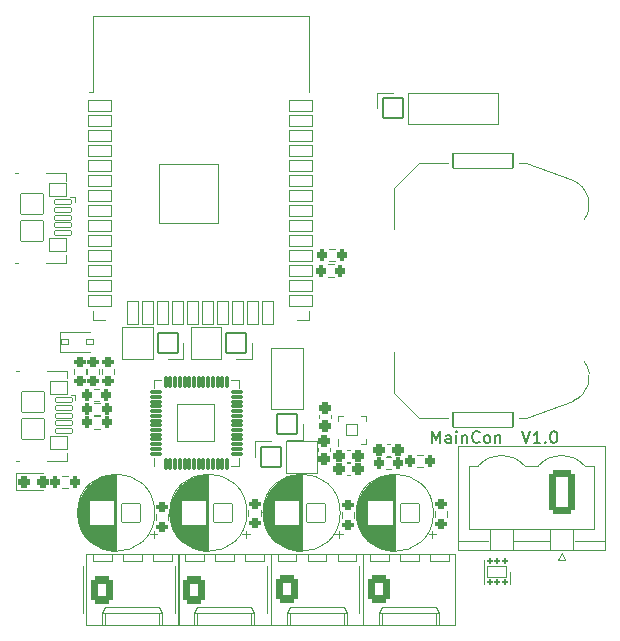
<source format=gto>
G04 #@! TF.GenerationSoftware,KiCad,Pcbnew,(6.0.7)*
G04 #@! TF.CreationDate,2022-10-27T11:48:24+02:00*
G04 #@! TF.ProjectId,mainControl,6d61696e-436f-46e7-9472-6f6c2e6b6963,rev?*
G04 #@! TF.SameCoordinates,Original*
G04 #@! TF.FileFunction,Legend,Top*
G04 #@! TF.FilePolarity,Positive*
%FSLAX46Y46*%
G04 Gerber Fmt 4.6, Leading zero omitted, Abs format (unit mm)*
G04 Created by KiCad (PCBNEW (6.0.7)) date 2022-10-27 11:48:24*
%MOMM*%
%LPD*%
G01*
G04 APERTURE LIST*
G04 Aperture macros list*
%AMRoundRect*
0 Rectangle with rounded corners*
0 $1 Rounding radius*
0 $2 $3 $4 $5 $6 $7 $8 $9 X,Y pos of 4 corners*
0 Add a 4 corners polygon primitive as box body*
4,1,4,$2,$3,$4,$5,$6,$7,$8,$9,$2,$3,0*
0 Add four circle primitives for the rounded corners*
1,1,$1+$1,$2,$3*
1,1,$1+$1,$4,$5*
1,1,$1+$1,$6,$7*
1,1,$1+$1,$8,$9*
0 Add four rect primitives between the rounded corners*
20,1,$1+$1,$2,$3,$4,$5,0*
20,1,$1+$1,$4,$5,$6,$7,0*
20,1,$1+$1,$6,$7,$8,$9,0*
20,1,$1+$1,$8,$9,$2,$3,0*%
G04 Aperture macros list end*
%ADD10C,0.150000*%
%ADD11C,0.120000*%
%ADD12RoundRect,0.250000X-0.275000X0.200000X-0.275000X-0.200000X0.275000X-0.200000X0.275000X0.200000X0*%
%ADD13RoundRect,0.250000X-0.200000X-0.275000X0.200000X-0.275000X0.200000X0.275000X-0.200000X0.275000X0*%
%ADD14RoundRect,0.050000X0.850000X-0.850000X0.850000X0.850000X-0.850000X0.850000X-0.850000X-0.850000X0*%
%ADD15O,1.800000X1.800000*%
%ADD16RoundRect,0.268750X-0.218750X-0.256250X0.218750X-0.256250X0.218750X0.256250X-0.218750X0.256250X0*%
%ADD17RoundRect,0.050000X-1.000000X-0.450000X1.000000X-0.450000X1.000000X0.450000X-1.000000X0.450000X0*%
%ADD18RoundRect,0.050000X0.450000X-1.000000X0.450000X1.000000X-0.450000X1.000000X-0.450000X-1.000000X0*%
%ADD19RoundRect,0.050000X-2.500000X-2.500000X2.500000X-2.500000X2.500000X2.500000X-2.500000X2.500000X0*%
%ADD20RoundRect,0.050000X2.540000X-0.635000X2.540000X0.635000X-2.540000X0.635000X-2.540000X-0.635000X0*%
%ADD21C,17.900000*%
%ADD22RoundRect,0.300000X-0.620000X-0.845000X0.620000X-0.845000X0.620000X0.845000X-0.620000X0.845000X0*%
%ADD23O,1.840000X2.290000*%
%ADD24RoundRect,0.250000X0.275000X-0.200000X0.275000X0.200000X-0.275000X0.200000X-0.275000X-0.200000X0*%
%ADD25RoundRect,0.250000X0.200000X0.275000X-0.200000X0.275000X-0.200000X-0.275000X0.200000X-0.275000X0*%
%ADD26RoundRect,0.275000X0.250000X-0.225000X0.250000X0.225000X-0.250000X0.225000X-0.250000X-0.225000X0*%
%ADD27RoundRect,0.050000X0.850000X0.850000X-0.850000X0.850000X-0.850000X-0.850000X0.850000X-0.850000X0*%
%ADD28O,0.300000X0.800000*%
%ADD29O,0.800000X0.300000*%
%ADD30RoundRect,0.050000X0.500000X-0.500000X0.500000X0.500000X-0.500000X0.500000X-0.500000X-0.500000X0*%
%ADD31C,3.300000*%
%ADD32RoundRect,0.050000X-0.850000X0.850000X-0.850000X-0.850000X0.850000X-0.850000X0.850000X0.850000X0*%
%ADD33RoundRect,0.143750X-0.106250X0.093750X-0.106250X-0.093750X0.106250X-0.093750X0.106250X0.093750X0*%
%ADD34RoundRect,0.050000X-0.800000X0.500000X-0.800000X-0.500000X0.800000X-0.500000X0.800000X0.500000X0*%
%ADD35RoundRect,0.050000X0.800000X0.800000X-0.800000X0.800000X-0.800000X-0.800000X0.800000X-0.800000X0*%
%ADD36C,1.700000*%
%ADD37RoundRect,0.050000X-0.300000X-0.225000X0.300000X-0.225000X0.300000X0.225000X-0.300000X0.225000X0*%
%ADD38RoundRect,0.299999X0.790001X1.550001X-0.790001X1.550001X-0.790001X-1.550001X0.790001X-1.550001X0*%
%ADD39O,2.180000X3.700000*%
%ADD40RoundRect,0.050000X-0.700000X0.200000X-0.700000X-0.200000X0.700000X-0.200000X0.700000X0.200000X0*%
%ADD41RoundRect,0.050000X-0.950000X0.875000X-0.950000X-0.875000X0.950000X-0.875000X0.950000X0.875000X0*%
%ADD42RoundRect,0.050000X-0.725000X0.575000X-0.725000X-0.575000X0.725000X-0.575000X0.725000X0.575000X0*%
%ADD43O,2.000000X1.150000*%
%ADD44RoundRect,0.275000X0.225000X0.250000X-0.225000X0.250000X-0.225000X-0.250000X0.225000X-0.250000X0*%
%ADD45RoundRect,0.275000X-0.250000X0.225000X-0.250000X-0.225000X0.250000X-0.225000X0.250000X0.225000X0*%
%ADD46RoundRect,0.100000X0.050000X-0.387500X0.050000X0.387500X-0.050000X0.387500X-0.050000X-0.387500X0*%
%ADD47RoundRect,0.100000X0.387500X-0.050000X0.387500X0.050000X-0.387500X0.050000X-0.387500X-0.050000X0*%
%ADD48RoundRect,0.050000X1.600000X-1.600000X1.600000X1.600000X-1.600000X1.600000X-1.600000X-1.600000X0*%
G04 APERTURE END LIST*
D10*
X105297619Y-161702380D02*
X105297619Y-160702380D01*
X105630952Y-161416666D01*
X105964285Y-160702380D01*
X105964285Y-161702380D01*
X106869047Y-161702380D02*
X106869047Y-161178571D01*
X106821428Y-161083333D01*
X106726190Y-161035714D01*
X106535714Y-161035714D01*
X106440476Y-161083333D01*
X106869047Y-161654761D02*
X106773809Y-161702380D01*
X106535714Y-161702380D01*
X106440476Y-161654761D01*
X106392857Y-161559523D01*
X106392857Y-161464285D01*
X106440476Y-161369047D01*
X106535714Y-161321428D01*
X106773809Y-161321428D01*
X106869047Y-161273809D01*
X107345238Y-161702380D02*
X107345238Y-161035714D01*
X107345238Y-160702380D02*
X107297619Y-160750000D01*
X107345238Y-160797619D01*
X107392857Y-160750000D01*
X107345238Y-160702380D01*
X107345238Y-160797619D01*
X107821428Y-161035714D02*
X107821428Y-161702380D01*
X107821428Y-161130952D02*
X107869047Y-161083333D01*
X107964285Y-161035714D01*
X108107142Y-161035714D01*
X108202380Y-161083333D01*
X108250000Y-161178571D01*
X108250000Y-161702380D01*
X109297619Y-161607142D02*
X109250000Y-161654761D01*
X109107142Y-161702380D01*
X109011904Y-161702380D01*
X108869047Y-161654761D01*
X108773809Y-161559523D01*
X108726190Y-161464285D01*
X108678571Y-161273809D01*
X108678571Y-161130952D01*
X108726190Y-160940476D01*
X108773809Y-160845238D01*
X108869047Y-160750000D01*
X109011904Y-160702380D01*
X109107142Y-160702380D01*
X109250000Y-160750000D01*
X109297619Y-160797619D01*
X109869047Y-161702380D02*
X109773809Y-161654761D01*
X109726190Y-161607142D01*
X109678571Y-161511904D01*
X109678571Y-161226190D01*
X109726190Y-161130952D01*
X109773809Y-161083333D01*
X109869047Y-161035714D01*
X110011904Y-161035714D01*
X110107142Y-161083333D01*
X110154761Y-161130952D01*
X110202380Y-161226190D01*
X110202380Y-161511904D01*
X110154761Y-161607142D01*
X110107142Y-161654761D01*
X110011904Y-161702380D01*
X109869047Y-161702380D01*
X110630952Y-161035714D02*
X110630952Y-161702380D01*
X110630952Y-161130952D02*
X110678571Y-161083333D01*
X110773809Y-161035714D01*
X110916666Y-161035714D01*
X111011904Y-161083333D01*
X111059523Y-161178571D01*
X111059523Y-161702380D01*
X112916666Y-160702380D02*
X113250000Y-161702380D01*
X113583333Y-160702380D01*
X114440476Y-161702380D02*
X113869047Y-161702380D01*
X114154761Y-161702380D02*
X114154761Y-160702380D01*
X114059523Y-160845238D01*
X113964285Y-160940476D01*
X113869047Y-160988095D01*
X114869047Y-161607142D02*
X114916666Y-161654761D01*
X114869047Y-161702380D01*
X114821428Y-161654761D01*
X114869047Y-161607142D01*
X114869047Y-161702380D01*
X115535714Y-160702380D02*
X115630952Y-160702380D01*
X115726190Y-160750000D01*
X115773809Y-160797619D01*
X115821428Y-160892857D01*
X115869047Y-161083333D01*
X115869047Y-161321428D01*
X115821428Y-161511904D01*
X115773809Y-161607142D01*
X115726190Y-161654761D01*
X115630952Y-161702380D01*
X115535714Y-161702380D01*
X115440476Y-161654761D01*
X115392857Y-161607142D01*
X115345238Y-161511904D01*
X115297619Y-161321428D01*
X115297619Y-161083333D01*
X115345238Y-160892857D01*
X115392857Y-160797619D01*
X115440476Y-160750000D01*
X115535714Y-160702380D01*
D11*
X74947500Y-155417742D02*
X74947500Y-155892258D01*
X75992500Y-155417742D02*
X75992500Y-155892258D01*
X76662742Y-159322500D02*
X77137258Y-159322500D01*
X76662742Y-158277500D02*
X77137258Y-158277500D01*
X92920000Y-164205000D02*
X95520000Y-164205000D01*
X90320000Y-162875000D02*
X90320000Y-161545000D01*
X90320000Y-161545000D02*
X91650000Y-161545000D01*
X92920000Y-164205000D02*
X92920000Y-161545000D01*
X92920000Y-161545000D02*
X95520000Y-161545000D01*
X95520000Y-164205000D02*
X95520000Y-161545000D01*
X70037500Y-164244533D02*
X70037500Y-165714533D01*
X70037500Y-165714533D02*
X72322500Y-165714533D01*
X72322500Y-164244533D02*
X70037500Y-164244533D01*
X76580000Y-150500000D02*
X76580000Y-151280000D01*
X76580000Y-151280000D02*
X77580000Y-151280000D01*
X76580000Y-125535000D02*
X94820000Y-125535000D01*
X94820000Y-151280000D02*
X93820000Y-151280000D01*
X76580000Y-125535000D02*
X76580000Y-131955000D01*
X76580000Y-131955000D02*
X76200000Y-131955000D01*
X94820000Y-125535000D02*
X94820000Y-131955000D01*
X94820000Y-150500000D02*
X94820000Y-151280000D01*
X113230000Y-159580000D02*
X117180000Y-158140000D01*
X102060000Y-154000000D02*
X102060000Y-157500000D01*
X102060000Y-140100000D02*
X104140000Y-138020000D01*
X113230000Y-138020000D02*
X117180000Y-139460000D01*
X112600000Y-159580000D02*
X113230000Y-159580000D01*
X102060000Y-140100000D02*
X102060000Y-143600000D01*
X104140000Y-138020000D02*
X106600000Y-138020000D01*
X112600000Y-138020000D02*
X113230000Y-138020000D01*
X104140000Y-159580000D02*
X106600000Y-159580000D01*
X102060000Y-157500000D02*
X104140000Y-159580000D01*
X117180000Y-158140000D02*
G75*
G03*
X118166530Y-154803354I-730001J2030000D01*
G01*
X118149999Y-142800000D02*
G75*
G03*
X117188169Y-139474757I-1699999J1310000D01*
G01*
X76632742Y-158177500D02*
X77107258Y-158177500D01*
X76632742Y-157132500D02*
X77107258Y-157132500D01*
X106680000Y-171670000D02*
X106680000Y-171070000D01*
X100800000Y-176090000D02*
X101050000Y-175560000D01*
X101050000Y-175560000D02*
X105630000Y-175560000D01*
X104140000Y-171670000D02*
X104140000Y-171070000D01*
X102540000Y-171670000D02*
X104140000Y-171670000D01*
X99420000Y-177090000D02*
X107260000Y-177090000D01*
X105630000Y-175560000D02*
X105880000Y-176090000D01*
X99130000Y-172100000D02*
X99130000Y-176100000D01*
X100800000Y-176090000D02*
X105880000Y-176090000D01*
X101050000Y-177090000D02*
X101050000Y-176090000D01*
X107260000Y-171070000D02*
X99420000Y-171070000D01*
X105080000Y-171070000D02*
X105080000Y-171670000D01*
X99420000Y-171070000D02*
X99420000Y-177090000D01*
X100800000Y-177090000D02*
X100800000Y-176090000D01*
X105080000Y-171670000D02*
X106680000Y-171670000D01*
X100000000Y-171670000D02*
X101600000Y-171670000D01*
X105880000Y-176090000D02*
X105880000Y-177090000D01*
X105630000Y-177090000D02*
X105630000Y-176090000D01*
X102540000Y-171070000D02*
X102540000Y-171670000D01*
X100000000Y-171070000D02*
X100000000Y-171670000D01*
X101600000Y-171670000D02*
X101600000Y-171070000D01*
X107260000Y-177090000D02*
X107260000Y-171070000D01*
X97627500Y-168037258D02*
X97627500Y-167562742D01*
X98672500Y-168037258D02*
X98672500Y-167562742D01*
X97037258Y-145277500D02*
X96562742Y-145277500D01*
X97037258Y-146322500D02*
X96562742Y-146322500D01*
X95690000Y-159615580D02*
X95690000Y-159334420D01*
X96710000Y-159615580D02*
X96710000Y-159334420D01*
X100620000Y-132045000D02*
X101950000Y-132045000D01*
X103220000Y-132045000D02*
X110900000Y-132045000D01*
X103220000Y-134705000D02*
X103220000Y-132045000D01*
X100620000Y-133375000D02*
X100620000Y-132045000D01*
X110900000Y-134705000D02*
X110900000Y-132045000D01*
X103220000Y-134705000D02*
X110900000Y-134705000D01*
X94330000Y-160075000D02*
X94330000Y-161405000D01*
X94330000Y-153665000D02*
X91670000Y-153665000D01*
X94330000Y-158805000D02*
X94330000Y-153665000D01*
X91670000Y-158805000D02*
X91670000Y-153665000D01*
X94330000Y-158805000D02*
X91670000Y-158805000D01*
X94330000Y-161405000D02*
X93000000Y-161405000D01*
X99650000Y-161750000D02*
X99300000Y-161750000D01*
X97350000Y-159450000D02*
X97700000Y-159450000D01*
X99650000Y-161400000D02*
X99650000Y-161750000D01*
X99650000Y-159450000D02*
X99300000Y-159450000D01*
X97350000Y-161400000D02*
X97350000Y-161950000D01*
X99650000Y-159800000D02*
X99650000Y-159450000D01*
X97350000Y-159800000D02*
X97350000Y-159450000D01*
X98037221Y-163390000D02*
X98362779Y-163390000D01*
X98037221Y-164410000D02*
X98362779Y-164410000D01*
X96937258Y-146577500D02*
X96462742Y-146577500D01*
X96937258Y-147622500D02*
X96462742Y-147622500D01*
X81630000Y-151895000D02*
X79030000Y-151895000D01*
X81630000Y-151895000D02*
X81630000Y-154555000D01*
X84230000Y-154555000D02*
X82900000Y-154555000D01*
X84230000Y-153225000D02*
X84230000Y-154555000D01*
X81630000Y-154555000D02*
X79030000Y-154555000D01*
X79030000Y-151895000D02*
X79030000Y-154555000D01*
X111910000Y-172600000D02*
X111910000Y-173600000D01*
X109690000Y-171600000D02*
X109690000Y-173600000D01*
X74437258Y-165522500D02*
X73962742Y-165522500D01*
X74437258Y-164477500D02*
X73962742Y-164477500D01*
X85211380Y-170633000D02*
X85211380Y-168640000D01*
X84851380Y-170476000D02*
X84851380Y-168640000D01*
X86012380Y-166560000D02*
X86012380Y-164385000D01*
X85611380Y-166560000D02*
X85611380Y-164450000D01*
X83691380Y-169490000D02*
X83691380Y-165710000D01*
X86332380Y-170830000D02*
X86332380Y-164370000D01*
X84291380Y-166560000D02*
X84291380Y-165084000D01*
X84331380Y-166560000D02*
X84331380Y-165052000D01*
X85531380Y-170731000D02*
X85531380Y-168640000D01*
X85291380Y-170661000D02*
X85291380Y-168640000D01*
X84731380Y-166560000D02*
X84731380Y-164788000D01*
X83931380Y-169782000D02*
X83931380Y-165418000D01*
X83091380Y-168002000D02*
X83091380Y-167198000D01*
X85411380Y-170698000D02*
X85411380Y-168640000D01*
X89517621Y-169754000D02*
X89517621Y-169124000D01*
X84771380Y-166560000D02*
X84771380Y-164766000D01*
X84091380Y-169943000D02*
X84091380Y-168640000D01*
X85772380Y-170782000D02*
X85772380Y-168640000D01*
X84731380Y-170412000D02*
X84731380Y-168640000D01*
X84131380Y-166560000D02*
X84131380Y-165220000D01*
X85411380Y-166560000D02*
X85411380Y-164502000D01*
X85051380Y-166560000D02*
X85051380Y-164630000D01*
X85852380Y-170795000D02*
X85852380Y-168640000D01*
X83371380Y-168950000D02*
X83371380Y-166250000D01*
X85852380Y-166560000D02*
X85852380Y-164405000D01*
X84211380Y-170050000D02*
X84211380Y-168640000D01*
X84531380Y-170290000D02*
X84531380Y-168640000D01*
X85091380Y-166560000D02*
X85091380Y-164614000D01*
X84051380Y-166560000D02*
X84051380Y-165295000D01*
X85531380Y-166560000D02*
X85531380Y-164469000D01*
X84371380Y-166560000D02*
X84371380Y-165022000D01*
X86252380Y-170830000D02*
X86252380Y-164370000D01*
X84771380Y-170434000D02*
X84771380Y-168640000D01*
X83251380Y-168659000D02*
X83251380Y-166541000D01*
X84851380Y-166560000D02*
X84851380Y-164724000D01*
X84971380Y-166560000D02*
X84971380Y-164666000D01*
X85171380Y-166560000D02*
X85171380Y-164582000D01*
X85732380Y-166560000D02*
X85732380Y-164425000D01*
X83331380Y-168862000D02*
X83331380Y-166338000D01*
X84891380Y-170496000D02*
X84891380Y-168640000D01*
X85051380Y-170570000D02*
X85051380Y-168640000D01*
X84571380Y-170316000D02*
X84571380Y-168640000D01*
X83611380Y-169376000D02*
X83611380Y-165824000D01*
X85772380Y-166560000D02*
X85772380Y-164418000D01*
X84531380Y-166560000D02*
X84531380Y-164910000D01*
X84131380Y-169980000D02*
X84131380Y-168640000D01*
X85451380Y-166560000D02*
X85451380Y-164490000D01*
X85371380Y-166560000D02*
X85371380Y-164514000D01*
X85251380Y-170647000D02*
X85251380Y-168640000D01*
X86052380Y-170818000D02*
X86052380Y-168640000D01*
X85932380Y-170806000D02*
X85932380Y-168640000D01*
X85652380Y-166560000D02*
X85652380Y-164441000D01*
X85211380Y-166560000D02*
X85211380Y-164567000D01*
X83571380Y-169314000D02*
X83571380Y-165886000D01*
X85491380Y-166560000D02*
X85491380Y-164479000D01*
X83651380Y-169434000D02*
X83651380Y-165766000D01*
X83491380Y-169181000D02*
X83491380Y-166019000D01*
X86092380Y-170822000D02*
X86092380Y-168640000D01*
X85011380Y-170552000D02*
X85011380Y-168640000D01*
X86052380Y-166560000D02*
X86052380Y-164382000D01*
X83771380Y-169595000D02*
X83771380Y-165605000D01*
X83811380Y-169644000D02*
X83811380Y-165556000D01*
X86012380Y-170815000D02*
X86012380Y-168640000D01*
X83531380Y-169250000D02*
X83531380Y-165950000D01*
X85291380Y-166560000D02*
X85291380Y-164539000D01*
X85611380Y-170750000D02*
X85611380Y-168640000D01*
X85571380Y-166560000D02*
X85571380Y-164459000D01*
X84611380Y-170342000D02*
X84611380Y-168640000D01*
X85892380Y-166560000D02*
X85892380Y-164399000D01*
X85812380Y-170789000D02*
X85812380Y-168640000D01*
X86132380Y-170824000D02*
X86132380Y-164376000D01*
X85171380Y-170618000D02*
X85171380Y-168640000D01*
X84891380Y-166560000D02*
X84891380Y-164704000D01*
X86292380Y-170830000D02*
X86292380Y-164370000D01*
X84251380Y-170084000D02*
X84251380Y-168640000D01*
X83451380Y-169109000D02*
X83451380Y-166091000D01*
X85331380Y-170674000D02*
X85331380Y-168640000D01*
X84811380Y-170456000D02*
X84811380Y-168640000D01*
X85812380Y-166560000D02*
X85812380Y-164411000D01*
X84211380Y-166560000D02*
X84211380Y-165150000D01*
X83971380Y-169824000D02*
X83971380Y-165376000D01*
X85131380Y-170602000D02*
X85131380Y-168640000D01*
X85251380Y-166560000D02*
X85251380Y-164553000D01*
X89832621Y-169439000D02*
X89202621Y-169439000D01*
X84011380Y-169865000D02*
X84011380Y-165335000D01*
X84371380Y-170178000D02*
X84371380Y-168640000D01*
X84811380Y-166560000D02*
X84811380Y-164744000D01*
X84931380Y-170516000D02*
X84931380Y-168640000D01*
X83851380Y-169692000D02*
X83851380Y-165508000D01*
X85892380Y-170801000D02*
X85892380Y-168640000D01*
X84171380Y-166560000D02*
X84171380Y-165184000D01*
X86212380Y-170828000D02*
X86212380Y-164372000D01*
X85491380Y-170721000D02*
X85491380Y-168640000D01*
X85932380Y-166560000D02*
X85932380Y-164394000D01*
X83171380Y-168402000D02*
X83171380Y-166798000D01*
X85011380Y-166560000D02*
X85011380Y-164648000D01*
X84091380Y-166560000D02*
X84091380Y-165257000D01*
X84451380Y-170236000D02*
X84451380Y-168640000D01*
X84611380Y-166560000D02*
X84611380Y-164858000D01*
X85091380Y-170586000D02*
X85091380Y-168640000D01*
X84691380Y-170390000D02*
X84691380Y-168640000D01*
X84571380Y-166560000D02*
X84571380Y-164884000D01*
X84491380Y-166560000D02*
X84491380Y-164936000D01*
X83411380Y-169032000D02*
X83411380Y-166168000D01*
X84651380Y-170366000D02*
X84651380Y-168640000D01*
X84411380Y-170207000D02*
X84411380Y-168640000D01*
X83131380Y-168233000D02*
X83131380Y-166967000D01*
X84251380Y-166560000D02*
X84251380Y-165116000D01*
X84051380Y-169905000D02*
X84051380Y-168640000D01*
X85571380Y-170741000D02*
X85571380Y-168640000D01*
X84411380Y-166560000D02*
X84411380Y-164993000D01*
X85371380Y-170686000D02*
X85371380Y-168640000D01*
X83211380Y-168540000D02*
X83211380Y-166660000D01*
X86172380Y-170827000D02*
X86172380Y-164373000D01*
X85652380Y-170759000D02*
X85652380Y-168640000D01*
X85331380Y-166560000D02*
X85331380Y-164526000D01*
X83291380Y-168765000D02*
X83291380Y-166435000D01*
X85732380Y-170775000D02*
X85732380Y-168640000D01*
X85692380Y-166560000D02*
X85692380Y-164433000D01*
X84651380Y-166560000D02*
X84651380Y-164834000D01*
X83731380Y-169544000D02*
X83731380Y-165656000D01*
X84931380Y-166560000D02*
X84931380Y-164684000D01*
X84291380Y-170116000D02*
X84291380Y-168640000D01*
X84451380Y-166560000D02*
X84451380Y-164964000D01*
X84491380Y-170264000D02*
X84491380Y-168640000D01*
X85131380Y-166560000D02*
X85131380Y-164598000D01*
X83891380Y-169737000D02*
X83891380Y-165463000D01*
X84691380Y-166560000D02*
X84691380Y-164810000D01*
X84971380Y-170534000D02*
X84971380Y-168640000D01*
X84331380Y-170148000D02*
X84331380Y-168640000D01*
X85972380Y-166560000D02*
X85972380Y-164389000D01*
X86092380Y-166560000D02*
X86092380Y-164378000D01*
X85692380Y-170767000D02*
X85692380Y-168640000D01*
X84171380Y-170016000D02*
X84171380Y-168640000D01*
X85972380Y-170811000D02*
X85972380Y-168640000D01*
X85451380Y-170710000D02*
X85451380Y-168640000D01*
X89602380Y-167600000D02*
G75*
G03*
X89602380Y-167600000I-3270000J0D01*
G01*
X91040000Y-171690000D02*
X91040000Y-171090000D01*
X85410000Y-177110000D02*
X85410000Y-176110000D01*
X89990000Y-177110000D02*
X89990000Y-176110000D01*
X84360000Y-171090000D02*
X84360000Y-171690000D01*
X85160000Y-176110000D02*
X90240000Y-176110000D01*
X85160000Y-177110000D02*
X85160000Y-176110000D01*
X90240000Y-176110000D02*
X90240000Y-177110000D01*
X83780000Y-177110000D02*
X91620000Y-177110000D01*
X85960000Y-171690000D02*
X85960000Y-171090000D01*
X88500000Y-171690000D02*
X88500000Y-171090000D01*
X89440000Y-171690000D02*
X91040000Y-171690000D01*
X85160000Y-176110000D02*
X85410000Y-175580000D01*
X91620000Y-171090000D02*
X83780000Y-171090000D01*
X84360000Y-171690000D02*
X85960000Y-171690000D01*
X86900000Y-171090000D02*
X86900000Y-171690000D01*
X85410000Y-175580000D02*
X89990000Y-175580000D01*
X83780000Y-171090000D02*
X83780000Y-177110000D01*
X89440000Y-171090000D02*
X89440000Y-171690000D01*
X91620000Y-177110000D02*
X91620000Y-171090000D01*
X83490000Y-172120000D02*
X83490000Y-176120000D01*
X89990000Y-175580000D02*
X90240000Y-176110000D01*
X86900000Y-171690000D02*
X88500000Y-171690000D01*
X104017266Y-162677500D02*
X104491782Y-162677500D01*
X104017266Y-163722500D02*
X104491782Y-163722500D01*
X76657742Y-159427500D02*
X77132258Y-159427500D01*
X76657742Y-160472500D02*
X77132258Y-160472500D01*
X101362742Y-163922500D02*
X101837258Y-163922500D01*
X101362742Y-162877500D02*
X101837258Y-162877500D01*
X96340000Y-171670000D02*
X96340000Y-171070000D01*
X93250000Y-177090000D02*
X93250000Y-176090000D01*
X97280000Y-171070000D02*
X97280000Y-171670000D01*
X93250000Y-175560000D02*
X97830000Y-175560000D01*
X92200000Y-171070000D02*
X92200000Y-171670000D01*
X94740000Y-171670000D02*
X96340000Y-171670000D01*
X91620000Y-177090000D02*
X99460000Y-177090000D01*
X91620000Y-171070000D02*
X91620000Y-177090000D01*
X94740000Y-171070000D02*
X94740000Y-171670000D01*
X93000000Y-176090000D02*
X93250000Y-175560000D01*
X92200000Y-171670000D02*
X93800000Y-171670000D01*
X99460000Y-177090000D02*
X99460000Y-171070000D01*
X98880000Y-171670000D02*
X98880000Y-171070000D01*
X99460000Y-171070000D02*
X91620000Y-171070000D01*
X98080000Y-176090000D02*
X98080000Y-177090000D01*
X97280000Y-171670000D02*
X98880000Y-171670000D01*
X93800000Y-171670000D02*
X93800000Y-171070000D01*
X97830000Y-175560000D02*
X98080000Y-176090000D01*
X93000000Y-177090000D02*
X93000000Y-176090000D01*
X93000000Y-176090000D02*
X98080000Y-176090000D01*
X97830000Y-177090000D02*
X97830000Y-176090000D01*
X91330000Y-172100000D02*
X91330000Y-176100000D01*
X100851380Y-166560000D02*
X100851380Y-164630000D01*
X99371380Y-169314000D02*
X99371380Y-165886000D01*
X99731380Y-169782000D02*
X99731380Y-165418000D01*
X100531380Y-166560000D02*
X100531380Y-164788000D01*
X100611380Y-166560000D02*
X100611380Y-164744000D01*
X105317621Y-169754000D02*
X105317621Y-169124000D01*
X100691380Y-166560000D02*
X100691380Y-164704000D01*
X99771380Y-169824000D02*
X99771380Y-165376000D01*
X98931380Y-168233000D02*
X98931380Y-166967000D01*
X99931380Y-166560000D02*
X99931380Y-165220000D01*
X101852380Y-166560000D02*
X101852380Y-164382000D01*
X101211380Y-166560000D02*
X101211380Y-164502000D01*
X101051380Y-166560000D02*
X101051380Y-164553000D01*
X100651380Y-170476000D02*
X100651380Y-168640000D01*
X100691380Y-170496000D02*
X100691380Y-168640000D01*
X101772380Y-170811000D02*
X101772380Y-168640000D01*
X101612380Y-166560000D02*
X101612380Y-164411000D01*
X100971380Y-170618000D02*
X100971380Y-168640000D01*
X99611380Y-169644000D02*
X99611380Y-165556000D01*
X100331380Y-170290000D02*
X100331380Y-168640000D01*
X100731380Y-166560000D02*
X100731380Y-164684000D01*
X101732380Y-170806000D02*
X101732380Y-168640000D01*
X101492380Y-170767000D02*
X101492380Y-168640000D01*
X98971380Y-168402000D02*
X98971380Y-166798000D01*
X100051380Y-170084000D02*
X100051380Y-168640000D01*
X101411380Y-166560000D02*
X101411380Y-164450000D01*
X100931380Y-166560000D02*
X100931380Y-164598000D01*
X101652380Y-170795000D02*
X101652380Y-168640000D01*
X99931380Y-169980000D02*
X99931380Y-168640000D01*
X101452380Y-166560000D02*
X101452380Y-164441000D01*
X100371380Y-166560000D02*
X100371380Y-164884000D01*
X101652380Y-166560000D02*
X101652380Y-164405000D01*
X100891380Y-166560000D02*
X100891380Y-164614000D01*
X101291380Y-170721000D02*
X101291380Y-168640000D01*
X100091380Y-166560000D02*
X100091380Y-165084000D01*
X101692380Y-170801000D02*
X101692380Y-168640000D01*
X100251380Y-166560000D02*
X100251380Y-164964000D01*
X100971380Y-166560000D02*
X100971380Y-164582000D01*
X99331380Y-169250000D02*
X99331380Y-165950000D01*
X99451380Y-169434000D02*
X99451380Y-165766000D01*
X99531380Y-169544000D02*
X99531380Y-165656000D01*
X99971380Y-170016000D02*
X99971380Y-168640000D01*
X100131380Y-166560000D02*
X100131380Y-165052000D01*
X101131380Y-166560000D02*
X101131380Y-164526000D01*
X100651380Y-166560000D02*
X100651380Y-164724000D01*
X100771380Y-166560000D02*
X100771380Y-164666000D01*
X101251380Y-170710000D02*
X101251380Y-168640000D01*
X100251380Y-170236000D02*
X100251380Y-168640000D01*
X100491380Y-170390000D02*
X100491380Y-168640000D01*
X105632621Y-169439000D02*
X105002621Y-169439000D01*
X101371380Y-166560000D02*
X101371380Y-164459000D01*
X100731380Y-170516000D02*
X100731380Y-168640000D01*
X101131380Y-170674000D02*
X101131380Y-168640000D01*
X99211380Y-169032000D02*
X99211380Y-166168000D01*
X100531380Y-170412000D02*
X100531380Y-168640000D01*
X100091380Y-170116000D02*
X100091380Y-168640000D01*
X102092380Y-170830000D02*
X102092380Y-164370000D01*
X101211380Y-170698000D02*
X101211380Y-168640000D01*
X101812380Y-170815000D02*
X101812380Y-168640000D01*
X99851380Y-166560000D02*
X99851380Y-165295000D01*
X101171380Y-170686000D02*
X101171380Y-168640000D01*
X100171380Y-166560000D02*
X100171380Y-165022000D01*
X100411380Y-170342000D02*
X100411380Y-168640000D01*
X101892380Y-166560000D02*
X101892380Y-164378000D01*
X100331380Y-166560000D02*
X100331380Y-164910000D01*
X99491380Y-169490000D02*
X99491380Y-165710000D01*
X99011380Y-168540000D02*
X99011380Y-166660000D01*
X99131380Y-168862000D02*
X99131380Y-166338000D01*
X100291380Y-170264000D02*
X100291380Y-168640000D01*
X101852380Y-170818000D02*
X101852380Y-168640000D01*
X101812380Y-166560000D02*
X101812380Y-164385000D01*
X101171380Y-166560000D02*
X101171380Y-164514000D01*
X100211380Y-170207000D02*
X100211380Y-168640000D01*
X99971380Y-166560000D02*
X99971380Y-165184000D01*
X99891380Y-166560000D02*
X99891380Y-165257000D01*
X101972380Y-170827000D02*
X101972380Y-164373000D01*
X99291380Y-169181000D02*
X99291380Y-166019000D01*
X101411380Y-170750000D02*
X101411380Y-168640000D01*
X100371380Y-170316000D02*
X100371380Y-168640000D01*
X100011380Y-170050000D02*
X100011380Y-168640000D01*
X101452380Y-170759000D02*
X101452380Y-168640000D01*
X101492380Y-166560000D02*
X101492380Y-164433000D01*
X100931380Y-170602000D02*
X100931380Y-168640000D01*
X101011380Y-170633000D02*
X101011380Y-168640000D01*
X101011380Y-166560000D02*
X101011380Y-164567000D01*
X101932380Y-170824000D02*
X101932380Y-164376000D01*
X102052380Y-170830000D02*
X102052380Y-164370000D01*
X99091380Y-168765000D02*
X99091380Y-166435000D01*
X100771380Y-170534000D02*
X100771380Y-168640000D01*
X99851380Y-169905000D02*
X99851380Y-168640000D01*
X100811380Y-166560000D02*
X100811380Y-164648000D01*
X101612380Y-170789000D02*
X101612380Y-168640000D01*
X101572380Y-166560000D02*
X101572380Y-164418000D01*
X99811380Y-169865000D02*
X99811380Y-165335000D01*
X100011380Y-166560000D02*
X100011380Y-165150000D01*
X100051380Y-166560000D02*
X100051380Y-165116000D01*
X101732380Y-166560000D02*
X101732380Y-164394000D01*
X100811380Y-170552000D02*
X100811380Y-168640000D01*
X100571380Y-166560000D02*
X100571380Y-164766000D01*
X99411380Y-169376000D02*
X99411380Y-165824000D01*
X99691380Y-169737000D02*
X99691380Y-165463000D01*
X101532380Y-166560000D02*
X101532380Y-164425000D01*
X101051380Y-170647000D02*
X101051380Y-168640000D01*
X99251380Y-169109000D02*
X99251380Y-166091000D01*
X101692380Y-166560000D02*
X101692380Y-164399000D01*
X99571380Y-169595000D02*
X99571380Y-165605000D01*
X101532380Y-170775000D02*
X101532380Y-168640000D01*
X101251380Y-166560000D02*
X101251380Y-164490000D01*
X100451380Y-170366000D02*
X100451380Y-168640000D01*
X101892380Y-170822000D02*
X101892380Y-168640000D01*
X101331380Y-166560000D02*
X101331380Y-164469000D01*
X100171380Y-170178000D02*
X100171380Y-168640000D01*
X100851380Y-170570000D02*
X100851380Y-168640000D01*
X102132380Y-170830000D02*
X102132380Y-164370000D01*
X100411380Y-166560000D02*
X100411380Y-164858000D01*
X101772380Y-166560000D02*
X101772380Y-164389000D01*
X100291380Y-166560000D02*
X100291380Y-164936000D01*
X100491380Y-166560000D02*
X100491380Y-164810000D01*
X101091380Y-170661000D02*
X101091380Y-168640000D01*
X101572380Y-170782000D02*
X101572380Y-168640000D01*
X99891380Y-169943000D02*
X99891380Y-168640000D01*
X101091380Y-166560000D02*
X101091380Y-164539000D01*
X99051380Y-168659000D02*
X99051380Y-166541000D01*
X98891380Y-168002000D02*
X98891380Y-167198000D01*
X101371380Y-170741000D02*
X101371380Y-168640000D01*
X101331380Y-170731000D02*
X101331380Y-168640000D01*
X100571380Y-170434000D02*
X100571380Y-168640000D01*
X102012380Y-170828000D02*
X102012380Y-164372000D01*
X100451380Y-166560000D02*
X100451380Y-164834000D01*
X99171380Y-168950000D02*
X99171380Y-166250000D01*
X99651380Y-169692000D02*
X99651380Y-165508000D01*
X100891380Y-170586000D02*
X100891380Y-168640000D01*
X100611380Y-170456000D02*
X100611380Y-168640000D01*
X101291380Y-166560000D02*
X101291380Y-164479000D01*
X100211380Y-166560000D02*
X100211380Y-164993000D01*
X100131380Y-170148000D02*
X100131380Y-168640000D01*
X105402380Y-167600000D02*
G75*
G03*
X105402380Y-167600000I-3270000J0D01*
G01*
X73770000Y-152305000D02*
X73770000Y-154005000D01*
X73770000Y-152305000D02*
X76320000Y-152305000D01*
X73770000Y-154005000D02*
X76320000Y-154005000D01*
X94072380Y-170827000D02*
X94072380Y-164373000D01*
X92231380Y-170148000D02*
X92231380Y-168640000D01*
X92551380Y-166560000D02*
X92551380Y-164834000D01*
X92631380Y-170412000D02*
X92631380Y-168640000D01*
X93231380Y-170674000D02*
X93231380Y-168640000D01*
X93071380Y-170618000D02*
X93071380Y-168640000D01*
X91951380Y-166560000D02*
X91951380Y-165295000D01*
X94192380Y-170830000D02*
X94192380Y-164370000D01*
X93592380Y-170767000D02*
X93592380Y-168640000D01*
X93632380Y-170775000D02*
X93632380Y-168640000D01*
X93952380Y-166560000D02*
X93952380Y-164382000D01*
X91711380Y-169644000D02*
X91711380Y-165556000D01*
X93111380Y-170633000D02*
X93111380Y-168640000D01*
X91831380Y-169782000D02*
X91831380Y-165418000D01*
X93191380Y-170661000D02*
X93191380Y-168640000D01*
X92271380Y-170178000D02*
X92271380Y-168640000D01*
X93672380Y-170782000D02*
X93672380Y-168640000D01*
X93431380Y-166560000D02*
X93431380Y-164469000D01*
X92671380Y-170434000D02*
X92671380Y-168640000D01*
X92191380Y-166560000D02*
X92191380Y-165084000D01*
X92471380Y-166560000D02*
X92471380Y-164884000D01*
X92591380Y-170390000D02*
X92591380Y-168640000D01*
X97417621Y-169754000D02*
X97417621Y-169124000D01*
X91871380Y-169824000D02*
X91871380Y-165376000D01*
X91751380Y-169692000D02*
X91751380Y-165508000D01*
X92311380Y-170207000D02*
X92311380Y-168640000D01*
X92511380Y-170342000D02*
X92511380Y-168640000D01*
X92391380Y-166560000D02*
X92391380Y-164936000D01*
X92471380Y-170316000D02*
X92471380Y-168640000D01*
X92751380Y-170476000D02*
X92751380Y-168640000D01*
X92031380Y-166560000D02*
X92031380Y-165220000D01*
X92871380Y-166560000D02*
X92871380Y-164666000D01*
X91231380Y-168862000D02*
X91231380Y-166338000D01*
X93912380Y-170815000D02*
X93912380Y-168640000D01*
X93992380Y-166560000D02*
X93992380Y-164378000D01*
X97732621Y-169439000D02*
X97102621Y-169439000D01*
X92351380Y-166560000D02*
X92351380Y-164964000D01*
X92911380Y-166560000D02*
X92911380Y-164648000D01*
X92671380Y-166560000D02*
X92671380Y-164766000D01*
X91431380Y-169250000D02*
X91431380Y-165950000D01*
X91151380Y-168659000D02*
X91151380Y-166541000D01*
X93832380Y-166560000D02*
X93832380Y-164394000D01*
X91511380Y-169376000D02*
X91511380Y-165824000D01*
X92551380Y-170366000D02*
X92551380Y-168640000D01*
X91391380Y-169181000D02*
X91391380Y-166019000D01*
X92071380Y-166560000D02*
X92071380Y-165184000D01*
X92911380Y-170552000D02*
X92911380Y-168640000D01*
X92111380Y-166560000D02*
X92111380Y-165150000D01*
X92591380Y-166560000D02*
X92591380Y-164810000D01*
X93151380Y-166560000D02*
X93151380Y-164553000D01*
X93231380Y-166560000D02*
X93231380Y-164526000D01*
X93431380Y-170731000D02*
X93431380Y-168640000D01*
X91071380Y-168402000D02*
X91071380Y-166798000D01*
X91471380Y-169314000D02*
X91471380Y-165886000D01*
X91311380Y-169032000D02*
X91311380Y-166168000D01*
X92791380Y-166560000D02*
X92791380Y-164704000D01*
X91991380Y-166560000D02*
X91991380Y-165257000D01*
X93752380Y-166560000D02*
X93752380Y-164405000D01*
X91591380Y-169490000D02*
X91591380Y-165710000D01*
X93311380Y-166560000D02*
X93311380Y-164502000D01*
X92351380Y-170236000D02*
X92351380Y-168640000D01*
X93271380Y-170686000D02*
X93271380Y-168640000D01*
X92111380Y-170050000D02*
X92111380Y-168640000D01*
X93391380Y-166560000D02*
X93391380Y-164479000D01*
X92511380Y-166560000D02*
X92511380Y-164858000D01*
X94152380Y-170830000D02*
X94152380Y-164370000D01*
X93031380Y-166560000D02*
X93031380Y-164598000D01*
X93391380Y-170721000D02*
X93391380Y-168640000D01*
X92831380Y-166560000D02*
X92831380Y-164684000D01*
X91111380Y-168540000D02*
X91111380Y-166660000D01*
X92191380Y-170116000D02*
X92191380Y-168640000D01*
X92711380Y-170456000D02*
X92711380Y-168640000D01*
X93511380Y-166560000D02*
X93511380Y-164450000D01*
X91191380Y-168765000D02*
X91191380Y-166435000D01*
X92991380Y-170586000D02*
X92991380Y-168640000D01*
X93031380Y-170602000D02*
X93031380Y-168640000D01*
X92991380Y-166560000D02*
X92991380Y-164614000D01*
X92951380Y-170570000D02*
X92951380Y-168640000D01*
X91351380Y-169109000D02*
X91351380Y-166091000D01*
X92431380Y-170290000D02*
X92431380Y-168640000D01*
X92151380Y-166560000D02*
X92151380Y-165116000D01*
X93552380Y-166560000D02*
X93552380Y-164441000D01*
X93111380Y-166560000D02*
X93111380Y-164567000D01*
X91551380Y-169434000D02*
X91551380Y-165766000D01*
X93351380Y-170710000D02*
X93351380Y-168640000D01*
X93271380Y-166560000D02*
X93271380Y-164514000D01*
X93471380Y-170741000D02*
X93471380Y-168640000D01*
X92951380Y-166560000D02*
X92951380Y-164630000D01*
X93471380Y-166560000D02*
X93471380Y-164459000D01*
X92271380Y-166560000D02*
X92271380Y-165022000D01*
X94112380Y-170828000D02*
X94112380Y-164372000D01*
X91031380Y-168233000D02*
X91031380Y-166967000D01*
X94232380Y-170830000D02*
X94232380Y-164370000D01*
X93151380Y-170647000D02*
X93151380Y-168640000D01*
X93792380Y-166560000D02*
X93792380Y-164399000D01*
X94032380Y-170824000D02*
X94032380Y-164376000D01*
X91951380Y-169905000D02*
X91951380Y-168640000D01*
X93592380Y-166560000D02*
X93592380Y-164433000D01*
X92151380Y-170084000D02*
X92151380Y-168640000D01*
X93792380Y-170801000D02*
X93792380Y-168640000D01*
X93672380Y-166560000D02*
X93672380Y-164418000D01*
X93552380Y-170759000D02*
X93552380Y-168640000D01*
X93872380Y-166560000D02*
X93872380Y-164389000D01*
X91791380Y-169737000D02*
X91791380Y-165463000D01*
X92071380Y-170016000D02*
X92071380Y-168640000D01*
X91991380Y-169943000D02*
X91991380Y-168640000D01*
X92791380Y-170496000D02*
X92791380Y-168640000D01*
X93992380Y-170822000D02*
X93992380Y-168640000D01*
X93071380Y-166560000D02*
X93071380Y-164582000D01*
X92751380Y-166560000D02*
X92751380Y-164724000D01*
X92391380Y-170264000D02*
X92391380Y-168640000D01*
X91271380Y-168950000D02*
X91271380Y-166250000D01*
X91671380Y-169595000D02*
X91671380Y-165605000D01*
X93511380Y-170750000D02*
X93511380Y-168640000D01*
X93872380Y-170811000D02*
X93872380Y-168640000D01*
X93912380Y-166560000D02*
X93912380Y-164385000D01*
X92871380Y-170534000D02*
X92871380Y-168640000D01*
X92831380Y-170516000D02*
X92831380Y-168640000D01*
X92711380Y-166560000D02*
X92711380Y-164744000D01*
X93712380Y-166560000D02*
X93712380Y-164411000D01*
X93752380Y-170795000D02*
X93752380Y-168640000D01*
X91631380Y-169544000D02*
X91631380Y-165656000D01*
X90991380Y-168002000D02*
X90991380Y-167198000D01*
X92311380Y-166560000D02*
X92311380Y-164993000D01*
X93311380Y-170698000D02*
X93311380Y-168640000D01*
X93351380Y-166560000D02*
X93351380Y-164490000D01*
X93832380Y-170806000D02*
X93832380Y-168640000D01*
X92431380Y-166560000D02*
X92431380Y-164910000D01*
X92231380Y-166560000D02*
X92231380Y-165052000D01*
X93712380Y-170789000D02*
X93712380Y-168640000D01*
X91911380Y-169865000D02*
X91911380Y-165335000D01*
X93952380Y-170818000D02*
X93952380Y-168640000D01*
X93191380Y-166560000D02*
X93191380Y-164539000D01*
X93632380Y-166560000D02*
X93632380Y-164425000D01*
X92031380Y-169980000D02*
X92031380Y-168640000D01*
X92631380Y-166560000D02*
X92631380Y-164788000D01*
X97502380Y-167600000D02*
G75*
G03*
X97502380Y-167600000I-3270000J0D01*
G01*
X107510000Y-170787500D02*
X119890000Y-170787500D01*
X110160000Y-170787500D02*
X110160000Y-168977500D01*
X114240000Y-163677500D02*
X113160000Y-163677500D01*
X119890000Y-161967500D02*
X107510000Y-161967500D01*
X119890000Y-169977500D02*
X117350000Y-169977500D01*
X110160000Y-168977500D02*
X112160000Y-168977500D01*
X118980000Y-168977500D02*
X108420000Y-168977500D01*
X117240000Y-168977500D02*
X117240000Y-170787500D01*
X107510000Y-161967500D02*
X107510000Y-170787500D01*
X116540000Y-171587500D02*
X115940000Y-171587500D01*
X119890000Y-170787500D02*
X119890000Y-161967500D01*
X116240000Y-170987500D02*
X116540000Y-171587500D01*
X108420000Y-168977500D02*
X108420000Y-163677500D01*
X112160000Y-170787500D02*
X110160000Y-170787500D01*
X108420000Y-163677500D02*
X109160000Y-163677500D01*
X115240000Y-168977500D02*
X117240000Y-168977500D01*
X115240000Y-169977500D02*
X112160000Y-169977500D01*
X107510000Y-169977500D02*
X110050000Y-169977500D01*
X115240000Y-170787500D02*
X115240000Y-168977500D01*
X115940000Y-171587500D02*
X116240000Y-170987500D01*
X118240000Y-163677500D02*
X118980000Y-163677500D01*
X117240000Y-170787500D02*
X115240000Y-170787500D01*
X112160000Y-168977500D02*
X112160000Y-170787500D01*
X118980000Y-163677500D02*
X118980000Y-168977500D01*
X113160000Y-163677500D02*
G75*
G03*
X109173158Y-163661679I-2000000J-1650000D01*
G01*
X118240000Y-163677500D02*
G75*
G03*
X114253158Y-163661679I-2000000J-1650000D01*
G01*
X87430000Y-151895000D02*
X87430000Y-154555000D01*
X84830000Y-151895000D02*
X84830000Y-154555000D01*
X87430000Y-151895000D02*
X84830000Y-151895000D01*
X87430000Y-154555000D02*
X84830000Y-154555000D01*
X90030000Y-153225000D02*
X90030000Y-154555000D01*
X90030000Y-154555000D02*
X88700000Y-154555000D01*
X82922500Y-168187258D02*
X82922500Y-167712742D01*
X81877500Y-168187258D02*
X81877500Y-167712742D01*
X77360000Y-177110000D02*
X77360000Y-176110000D01*
X77360000Y-176110000D02*
X82440000Y-176110000D01*
X82190000Y-175580000D02*
X82440000Y-176110000D01*
X81640000Y-171690000D02*
X83240000Y-171690000D01*
X83820000Y-177110000D02*
X83820000Y-171090000D01*
X83820000Y-171090000D02*
X75980000Y-171090000D01*
X81640000Y-171090000D02*
X81640000Y-171690000D01*
X76560000Y-171090000D02*
X76560000Y-171690000D01*
X75690000Y-172120000D02*
X75690000Y-176120000D01*
X78160000Y-171690000D02*
X78160000Y-171090000D01*
X75980000Y-171090000D02*
X75980000Y-177110000D01*
X79100000Y-171690000D02*
X80700000Y-171690000D01*
X77610000Y-175580000D02*
X82190000Y-175580000D01*
X77360000Y-176110000D02*
X77610000Y-175580000D01*
X82190000Y-177110000D02*
X82190000Y-176110000D01*
X83240000Y-171690000D02*
X83240000Y-171090000D01*
X75980000Y-177110000D02*
X83820000Y-177110000D01*
X80700000Y-171690000D02*
X80700000Y-171090000D01*
X79100000Y-171090000D02*
X79100000Y-171690000D01*
X77610000Y-177110000D02*
X77610000Y-176110000D01*
X76560000Y-171690000D02*
X78160000Y-171690000D01*
X82440000Y-176110000D02*
X82440000Y-177110000D01*
X78392500Y-155892258D02*
X78392500Y-155417742D01*
X77347500Y-155892258D02*
X77347500Y-155417742D01*
X74380000Y-163190000D02*
X74380000Y-162540000D01*
X75080000Y-157620000D02*
X74690000Y-157620000D01*
X70080000Y-155570000D02*
X70290000Y-155570000D01*
X72650000Y-163190000D02*
X74380000Y-163190000D01*
X70080000Y-163190000D02*
X70290000Y-163190000D01*
X75080000Y-157620000D02*
X75080000Y-158070000D01*
X72650000Y-155570000D02*
X74380000Y-155570000D01*
X74380000Y-155570000D02*
X74380000Y-156230000D01*
X75010000Y-140865000D02*
X74620000Y-140865000D01*
X70010000Y-146435000D02*
X70220000Y-146435000D01*
X70010000Y-138815000D02*
X70220000Y-138815000D01*
X72580000Y-146435000D02*
X74310000Y-146435000D01*
X72580000Y-138815000D02*
X74310000Y-138815000D01*
X74310000Y-138815000D02*
X74310000Y-139475000D01*
X74310000Y-146435000D02*
X74310000Y-145785000D01*
X75010000Y-140865000D02*
X75010000Y-141315000D01*
X98340580Y-162290000D02*
X98059420Y-162290000D01*
X98340580Y-163310000D02*
X98059420Y-163310000D01*
X96610000Y-162134420D02*
X96610000Y-162415580D01*
X95590000Y-162134420D02*
X95590000Y-162415580D01*
X88935000Y-156390000D02*
X88285000Y-156390000D01*
X88935000Y-157040000D02*
X88935000Y-156390000D01*
X81715000Y-157040000D02*
X81715000Y-156390000D01*
X88935000Y-162960000D02*
X88935000Y-163610000D01*
X88935000Y-163610000D02*
X88285000Y-163610000D01*
X81715000Y-156390000D02*
X82365000Y-156390000D01*
X81715000Y-162960000D02*
X81715000Y-163610000D01*
X106572500Y-167937258D02*
X106572500Y-167462742D01*
X105527500Y-167937258D02*
X105527500Y-167462742D01*
X90772500Y-167887258D02*
X90772500Y-167412742D01*
X89727500Y-167887258D02*
X89727500Y-167412742D01*
X76047500Y-155417742D02*
X76047500Y-155892258D01*
X77092500Y-155417742D02*
X77092500Y-155892258D01*
X75411380Y-168540000D02*
X75411380Y-166660000D01*
X76371380Y-170016000D02*
X76371380Y-168640000D01*
X77451380Y-170647000D02*
X77451380Y-168640000D01*
X77611380Y-170698000D02*
X77611380Y-168640000D01*
X76171380Y-169824000D02*
X76171380Y-165376000D01*
X75971380Y-169595000D02*
X75971380Y-165605000D01*
X76011380Y-169644000D02*
X76011380Y-165556000D01*
X81717621Y-169754000D02*
X81717621Y-169124000D01*
X76531380Y-170148000D02*
X76531380Y-168640000D01*
X78332380Y-170824000D02*
X78332380Y-164376000D01*
X76931380Y-166560000D02*
X76931380Y-164788000D01*
X77251380Y-166560000D02*
X77251380Y-164630000D01*
X77731380Y-166560000D02*
X77731380Y-164469000D01*
X76251380Y-169905000D02*
X76251380Y-168640000D01*
X78252380Y-166560000D02*
X78252380Y-164382000D01*
X78052380Y-170795000D02*
X78052380Y-168640000D01*
X78492380Y-170830000D02*
X78492380Y-164370000D01*
X77371380Y-170618000D02*
X77371380Y-168640000D01*
X76971380Y-166560000D02*
X76971380Y-164766000D01*
X76211380Y-169865000D02*
X76211380Y-165335000D01*
X77211380Y-170552000D02*
X77211380Y-168640000D01*
X75931380Y-169544000D02*
X75931380Y-165656000D01*
X76331380Y-166560000D02*
X76331380Y-165220000D01*
X76451380Y-170084000D02*
X76451380Y-168640000D01*
X76371380Y-166560000D02*
X76371380Y-165184000D01*
X76731380Y-170290000D02*
X76731380Y-168640000D01*
X77811380Y-170750000D02*
X77811380Y-168640000D01*
X77892380Y-170767000D02*
X77892380Y-168640000D01*
X75851380Y-169434000D02*
X75851380Y-165766000D01*
X77131380Y-166560000D02*
X77131380Y-164684000D01*
X78012380Y-170789000D02*
X78012380Y-168640000D01*
X77291380Y-170586000D02*
X77291380Y-168640000D01*
X78212380Y-170815000D02*
X78212380Y-168640000D01*
X75331380Y-168233000D02*
X75331380Y-166967000D01*
X77331380Y-166560000D02*
X77331380Y-164598000D01*
X76771380Y-170316000D02*
X76771380Y-168640000D01*
X75731380Y-169250000D02*
X75731380Y-165950000D01*
X77091380Y-166560000D02*
X77091380Y-164704000D01*
X77571380Y-166560000D02*
X77571380Y-164514000D01*
X77171380Y-166560000D02*
X77171380Y-164666000D01*
X77051380Y-166560000D02*
X77051380Y-164724000D01*
X76851380Y-166560000D02*
X76851380Y-164834000D01*
X78132380Y-166560000D02*
X78132380Y-164394000D01*
X75691380Y-169181000D02*
X75691380Y-166019000D01*
X78172380Y-170811000D02*
X78172380Y-168640000D01*
X77531380Y-166560000D02*
X77531380Y-164526000D01*
X75771380Y-169314000D02*
X75771380Y-165886000D01*
X78012380Y-166560000D02*
X78012380Y-164411000D01*
X76691380Y-166560000D02*
X76691380Y-164936000D01*
X76891380Y-166560000D02*
X76891380Y-164810000D01*
X76851380Y-170366000D02*
X76851380Y-168640000D01*
X77611380Y-166560000D02*
X77611380Y-164502000D01*
X77932380Y-170775000D02*
X77932380Y-168640000D01*
X77852380Y-170759000D02*
X77852380Y-168640000D01*
X78092380Y-170801000D02*
X78092380Y-168640000D01*
X76971380Y-170434000D02*
X76971380Y-168640000D01*
X75371380Y-168402000D02*
X75371380Y-166798000D01*
X76771380Y-166560000D02*
X76771380Y-164884000D01*
X77892380Y-166560000D02*
X77892380Y-164433000D01*
X76571380Y-166560000D02*
X76571380Y-165022000D01*
X77011380Y-170456000D02*
X77011380Y-168640000D01*
X77491380Y-170661000D02*
X77491380Y-168640000D01*
X76291380Y-169943000D02*
X76291380Y-168640000D01*
X76251380Y-166560000D02*
X76251380Y-165295000D01*
X77651380Y-166560000D02*
X77651380Y-164490000D01*
X75451380Y-168659000D02*
X75451380Y-166541000D01*
X75491380Y-168765000D02*
X75491380Y-166435000D01*
X76731380Y-166560000D02*
X76731380Y-164910000D01*
X78532380Y-170830000D02*
X78532380Y-164370000D01*
X77011380Y-166560000D02*
X77011380Y-164744000D01*
X77811380Y-166560000D02*
X77811380Y-164450000D01*
X76811380Y-170342000D02*
X76811380Y-168640000D01*
X78092380Y-166560000D02*
X78092380Y-164399000D01*
X77852380Y-166560000D02*
X77852380Y-164441000D01*
X75811380Y-169376000D02*
X75811380Y-165824000D01*
X78452380Y-170830000D02*
X78452380Y-164370000D01*
X76571380Y-170178000D02*
X76571380Y-168640000D01*
X77972380Y-170782000D02*
X77972380Y-168640000D01*
X76491380Y-166560000D02*
X76491380Y-165084000D01*
X77371380Y-166560000D02*
X77371380Y-164582000D01*
X76411380Y-166560000D02*
X76411380Y-165150000D01*
X77491380Y-166560000D02*
X77491380Y-164539000D01*
X75291380Y-168002000D02*
X75291380Y-167198000D01*
X78292380Y-170822000D02*
X78292380Y-168640000D01*
X77411380Y-170633000D02*
X77411380Y-168640000D01*
X75571380Y-168950000D02*
X75571380Y-166250000D01*
X78292380Y-166560000D02*
X78292380Y-164378000D01*
X82032621Y-169439000D02*
X81402621Y-169439000D01*
X78412380Y-170828000D02*
X78412380Y-164372000D01*
X76051380Y-169692000D02*
X76051380Y-165508000D01*
X78252380Y-170818000D02*
X78252380Y-168640000D01*
X76611380Y-170207000D02*
X76611380Y-168640000D01*
X76291380Y-166560000D02*
X76291380Y-165257000D01*
X77571380Y-170686000D02*
X77571380Y-168640000D01*
X77411380Y-166560000D02*
X77411380Y-164567000D01*
X77211380Y-166560000D02*
X77211380Y-164648000D01*
X76331380Y-169980000D02*
X76331380Y-168640000D01*
X77051380Y-170476000D02*
X77051380Y-168640000D01*
X77691380Y-170721000D02*
X77691380Y-168640000D01*
X76891380Y-170390000D02*
X76891380Y-168640000D01*
X75891380Y-169490000D02*
X75891380Y-165710000D01*
X78052380Y-166560000D02*
X78052380Y-164405000D01*
X77171380Y-170534000D02*
X77171380Y-168640000D01*
X77451380Y-166560000D02*
X77451380Y-164553000D01*
X76131380Y-169782000D02*
X76131380Y-165418000D01*
X78372380Y-170827000D02*
X78372380Y-164373000D01*
X77771380Y-166560000D02*
X77771380Y-164459000D01*
X77531380Y-170674000D02*
X77531380Y-168640000D01*
X77691380Y-166560000D02*
X77691380Y-164479000D01*
X75611380Y-169032000D02*
X75611380Y-166168000D01*
X75531380Y-168862000D02*
X75531380Y-166338000D01*
X78212380Y-166560000D02*
X78212380Y-164385000D01*
X76091380Y-169737000D02*
X76091380Y-165463000D01*
X77331380Y-170602000D02*
X77331380Y-168640000D01*
X77972380Y-166560000D02*
X77972380Y-164418000D01*
X77131380Y-170516000D02*
X77131380Y-168640000D01*
X77731380Y-170731000D02*
X77731380Y-168640000D01*
X75651380Y-169109000D02*
X75651380Y-166091000D01*
X76411380Y-170050000D02*
X76411380Y-168640000D01*
X76691380Y-170264000D02*
X76691380Y-168640000D01*
X76451380Y-166560000D02*
X76451380Y-165116000D01*
X76531380Y-166560000D02*
X76531380Y-165052000D01*
X76651380Y-170236000D02*
X76651380Y-168640000D01*
X78132380Y-170806000D02*
X78132380Y-168640000D01*
X77091380Y-170496000D02*
X77091380Y-168640000D01*
X76651380Y-166560000D02*
X76651380Y-164964000D01*
X78172380Y-166560000D02*
X78172380Y-164389000D01*
X77291380Y-166560000D02*
X77291380Y-164614000D01*
X77771380Y-170741000D02*
X77771380Y-168640000D01*
X77251380Y-170570000D02*
X77251380Y-168640000D01*
X77651380Y-170710000D02*
X77651380Y-168640000D01*
X76811380Y-166560000D02*
X76811380Y-164858000D01*
X76611380Y-166560000D02*
X76611380Y-164993000D01*
X76931380Y-170412000D02*
X76931380Y-168640000D01*
X76491380Y-170116000D02*
X76491380Y-168640000D01*
X77932380Y-166560000D02*
X77932380Y-164425000D01*
X81802380Y-167600000D02*
G75*
G03*
X81802380Y-167600000I-3270000J0D01*
G01*
X101740580Y-161790000D02*
X101459420Y-161790000D01*
X101740580Y-162810000D02*
X101459420Y-162810000D01*
%LPC*%
D12*
X75470000Y-154830000D03*
X75470000Y-156480000D03*
D13*
X76075000Y-158800000D03*
X77725000Y-158800000D03*
D14*
X91650000Y-162875000D03*
D15*
X94190000Y-162875000D03*
D16*
X70735000Y-164979533D03*
X72310000Y-164979533D03*
D17*
X77200000Y-133145000D03*
X77200000Y-134415000D03*
X77200000Y-135685000D03*
X77200000Y-136955000D03*
X77200000Y-138225000D03*
X77200000Y-139495000D03*
X77200000Y-140765000D03*
X77200000Y-142035000D03*
X77200000Y-143305000D03*
X77200000Y-144575000D03*
X77200000Y-145845000D03*
X77200000Y-147115000D03*
X77200000Y-148385000D03*
X77200000Y-149655000D03*
D18*
X79985000Y-150655000D03*
X81255000Y-150655000D03*
X82525000Y-150655000D03*
X83795000Y-150655000D03*
X85065000Y-150655000D03*
X86335000Y-150655000D03*
X87605000Y-150655000D03*
X88875000Y-150655000D03*
X90145000Y-150655000D03*
X91415000Y-150655000D03*
D17*
X94200000Y-149655000D03*
X94200000Y-148385000D03*
X94200000Y-147115000D03*
X94200000Y-145845000D03*
X94200000Y-144575000D03*
X94200000Y-143305000D03*
X94200000Y-142035000D03*
X94200000Y-140765000D03*
X94200000Y-139495000D03*
X94200000Y-138225000D03*
X94200000Y-136955000D03*
X94200000Y-135685000D03*
X94200000Y-134415000D03*
X94200000Y-133145000D03*
D19*
X84700000Y-140645000D03*
D20*
X109600000Y-159785000D03*
X109600000Y-137815000D03*
D21*
X109600000Y-148800000D03*
D13*
X76045000Y-157655000D03*
X77695000Y-157655000D03*
D22*
X100800000Y-174100000D03*
D23*
X103340000Y-174100000D03*
X105880000Y-174100000D03*
D24*
X98150000Y-168625000D03*
X98150000Y-166975000D03*
D25*
X97625000Y-145800000D03*
X95975000Y-145800000D03*
D26*
X96200000Y-160250000D03*
X96200000Y-158700000D03*
D14*
X101950000Y-133375000D03*
D15*
X104490000Y-133375000D03*
X107030000Y-133375000D03*
X109570000Y-133375000D03*
D27*
X93000000Y-160075000D03*
D15*
X93000000Y-157535000D03*
X93000000Y-154995000D03*
D28*
X98100000Y-161675000D03*
X98500000Y-161675000D03*
X98900000Y-161675000D03*
D29*
X99575000Y-161000000D03*
X99575000Y-160600000D03*
X99575000Y-160200000D03*
D28*
X98900000Y-159525000D03*
X98500000Y-159525000D03*
X98100000Y-159525000D03*
D29*
X97425000Y-160200000D03*
X97425000Y-160600000D03*
X97425000Y-161000000D03*
D30*
X98500000Y-160600000D03*
D16*
X97412500Y-163900000D03*
X98987500Y-163900000D03*
D25*
X97525000Y-147100000D03*
X95875000Y-147100000D03*
D31*
X117000000Y-174000000D03*
D32*
X82900000Y-153225000D03*
D15*
X80360000Y-153225000D03*
D33*
X111450000Y-171712500D03*
X110800000Y-171712500D03*
X110150000Y-171712500D03*
X110150000Y-173487500D03*
X110800000Y-173487500D03*
X111450000Y-173487500D03*
D34*
X110800000Y-172600000D03*
D25*
X75025000Y-165000000D03*
X73375000Y-165000000D03*
D35*
X87582380Y-167600000D03*
D36*
X85082380Y-167600000D03*
D22*
X85160000Y-174120000D03*
D23*
X87700000Y-174120000D03*
X90240000Y-174120000D03*
D13*
X103429524Y-163200000D03*
X105079524Y-163200000D03*
X76070000Y-159950000D03*
X77720000Y-159950000D03*
X100775000Y-163400000D03*
X102425000Y-163400000D03*
D31*
X117000000Y-135000000D03*
D22*
X93000000Y-174100000D03*
D23*
X95540000Y-174100000D03*
X98080000Y-174100000D03*
D35*
X103382380Y-167600000D03*
D36*
X100882380Y-167600000D03*
D37*
X74220000Y-153155000D03*
X76320000Y-153155000D03*
D35*
X95482380Y-167600000D03*
D36*
X92982380Y-167600000D03*
D38*
X116240000Y-165877500D03*
D39*
X111160000Y-165877500D03*
D31*
X73000000Y-135000000D03*
X73000000Y-174000000D03*
D32*
X88700000Y-153225000D03*
D15*
X86160000Y-153225000D03*
D24*
X82400000Y-168775000D03*
X82400000Y-167125000D03*
D22*
X77360000Y-174120000D03*
D23*
X79900000Y-174120000D03*
X82440000Y-174120000D03*
D24*
X77870000Y-156480000D03*
X77870000Y-154830000D03*
D40*
X74120000Y-158080000D03*
X74120000Y-158730000D03*
X74120000Y-159380000D03*
X74120000Y-160030000D03*
X74120000Y-160680000D03*
D41*
X71470000Y-158255000D03*
D42*
X73700000Y-157060000D03*
D41*
X71470000Y-160505000D03*
D43*
X71470000Y-162955000D03*
D42*
X73700000Y-161700000D03*
D43*
X71470000Y-155805000D03*
D40*
X74050000Y-141325000D03*
X74050000Y-141975000D03*
X74050000Y-142625000D03*
X74050000Y-143275000D03*
X74050000Y-143925000D03*
D42*
X73630000Y-140305000D03*
D41*
X71400000Y-143750000D03*
D43*
X71400000Y-139050000D03*
D41*
X71400000Y-141500000D03*
D43*
X71400000Y-146200000D03*
D42*
X73630000Y-144945000D03*
D44*
X98975000Y-162800000D03*
X97425000Y-162800000D03*
D45*
X96100000Y-161500000D03*
X96100000Y-163050000D03*
D46*
X82725000Y-163437500D03*
X83125000Y-163437500D03*
X83525000Y-163437500D03*
X83925000Y-163437500D03*
X84325000Y-163437500D03*
X84725000Y-163437500D03*
X85125000Y-163437500D03*
X85525000Y-163437500D03*
X85925000Y-163437500D03*
X86325000Y-163437500D03*
X86725000Y-163437500D03*
X87125000Y-163437500D03*
X87525000Y-163437500D03*
X87925000Y-163437500D03*
D47*
X88762500Y-162600000D03*
X88762500Y-162200000D03*
X88762500Y-161800000D03*
X88762500Y-161400000D03*
X88762500Y-161000000D03*
X88762500Y-160600000D03*
X88762500Y-160200000D03*
X88762500Y-159800000D03*
X88762500Y-159400000D03*
X88762500Y-159000000D03*
X88762500Y-158600000D03*
X88762500Y-158200000D03*
X88762500Y-157800000D03*
X88762500Y-157400000D03*
D46*
X87925000Y-156562500D03*
X87525000Y-156562500D03*
X87125000Y-156562500D03*
X86725000Y-156562500D03*
X86325000Y-156562500D03*
X85925000Y-156562500D03*
X85525000Y-156562500D03*
X85125000Y-156562500D03*
X84725000Y-156562500D03*
X84325000Y-156562500D03*
X83925000Y-156562500D03*
X83525000Y-156562500D03*
X83125000Y-156562500D03*
X82725000Y-156562500D03*
D47*
X81887500Y-157400000D03*
X81887500Y-157800000D03*
X81887500Y-158200000D03*
X81887500Y-158600000D03*
X81887500Y-159000000D03*
X81887500Y-159400000D03*
X81887500Y-159800000D03*
X81887500Y-160200000D03*
X81887500Y-160600000D03*
X81887500Y-161000000D03*
X81887500Y-161400000D03*
X81887500Y-161800000D03*
X81887500Y-162200000D03*
X81887500Y-162600000D03*
D48*
X85325000Y-160000000D03*
D24*
X106050000Y-168525000D03*
X106050000Y-166875000D03*
X90250000Y-168475000D03*
X90250000Y-166825000D03*
D12*
X76570000Y-154830000D03*
X76570000Y-156480000D03*
D35*
X79782380Y-167600000D03*
D36*
X77282380Y-167600000D03*
D44*
X102375000Y-162300000D03*
X100825000Y-162300000D03*
M02*

</source>
